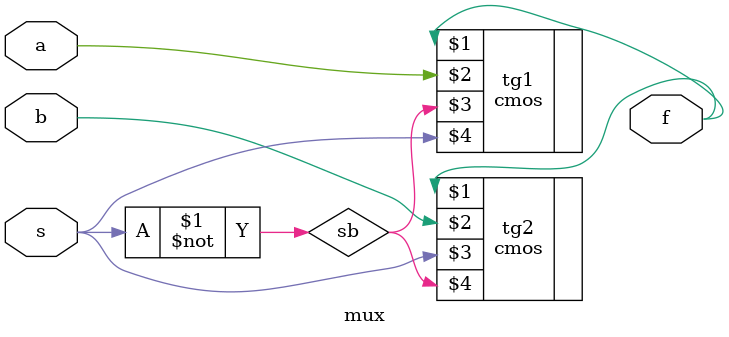
<source format=v>

module mux
( input  a
, input  b
, input  s
, output f
);
  wire sb;
  not(sb,s);
  cmos tg1(f,a,sb,s);
  cmos tg2(f,b,s,sb);
endmodule

</source>
